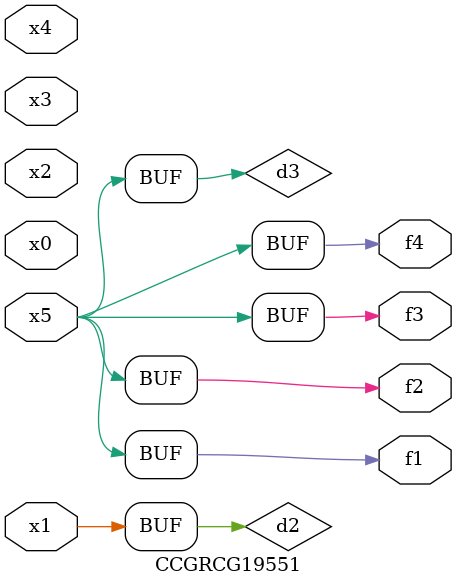
<source format=v>
module CCGRCG19551(
	input x0, x1, x2, x3, x4, x5,
	output f1, f2, f3, f4
);

	wire d1, d2, d3;

	not (d1, x5);
	or (d2, x1);
	xnor (d3, d1);
	assign f1 = d3;
	assign f2 = d3;
	assign f3 = d3;
	assign f4 = d3;
endmodule

</source>
